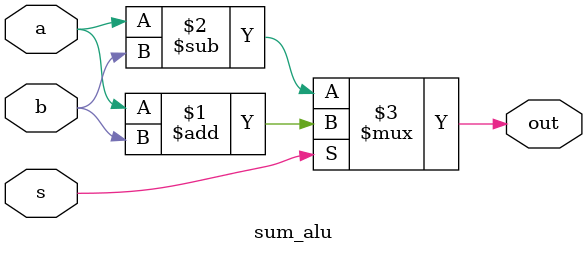
<source format=v>
`timescale 1ns / 1ps


module sum_alu(input  a,b,s,output out);
assign out=s?(a+b):(a-b);
endmodule

</source>
